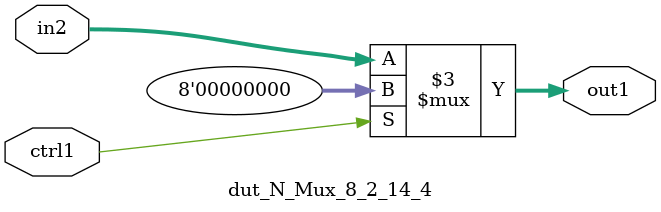
<source format=v>

`timescale 1ps / 1ps


module dut_N_Mux_8_2_14_4( in2, ctrl1, out1 );

    input [7:0] in2;
    input ctrl1;
    output [7:0] out1;
    reg [7:0] out1;

    
    // rtl_process:dut_N_Mux_8_2_14_4/dut_N_Mux_8_2_14_4_thread_1
    always @*
      begin : dut_N_Mux_8_2_14_4_thread_1
        case (ctrl1) 
          1'b1: 
            begin
              out1 = 8'd000;
            end
          default: 
            begin
              out1 = in2;
            end
        endcase
      end

endmodule




</source>
